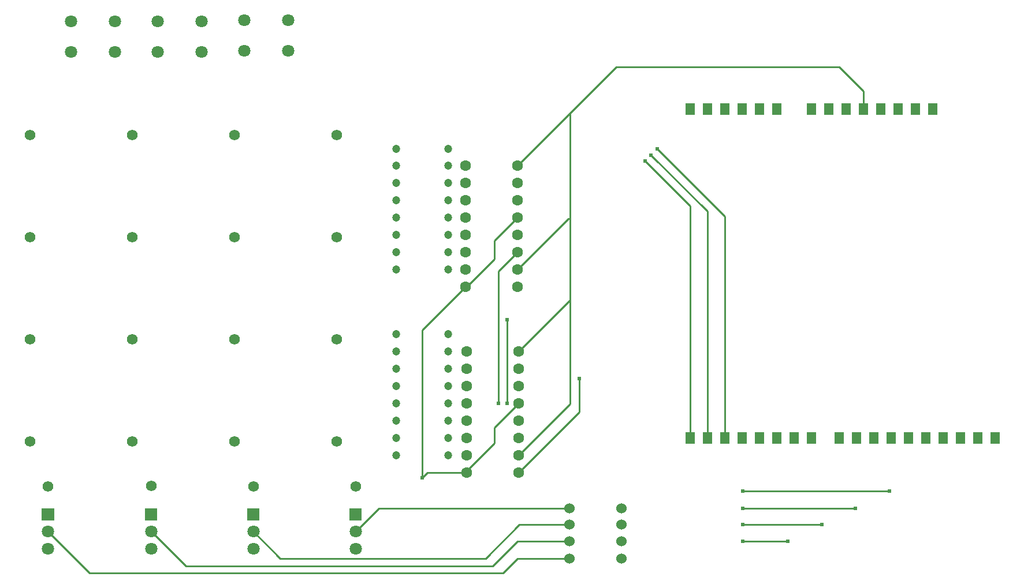
<source format=gbl>
G04 Layer: BottomLayer*
G04 EasyEDA v6.4.7, 2021-02-04T23:20:08+01:00*
G04 79144050c9e943b49f0c46fcba6317a4,10*
G04 Gerber Generator version 0.2*
G04 Scale: 100 percent, Rotated: No, Reflected: No *
G04 Dimensions in millimeters *
G04 leading zeros omitted , absolute positions ,3 integer and 3 decimal *
%FSLAX33Y33*%
%MOMM*%
G90*
D02*

%ADD10C,0.254000*%
%ADD11C,0.609600*%
%ADD12R,1.422400X1.706880*%
%ADD13C,1.799996*%
%ADD14C,1.574800*%
%ADD15C,1.599997*%
%ADD17C,1.524000*%
%ADD18C,1.199998*%

%LPD*%
G54D10*
G01X22479Y10878D02*
G01X27559Y5798D01*
G01X72517Y5798D01*
G01X76200Y9481D01*
G01X83820Y9481D01*
G01X7366Y10878D02*
G01X13462Y4782D01*
G01X74041Y4782D01*
G01X76200Y6941D01*
G01X83820Y6941D01*
G01X37465Y10878D02*
G01X41402Y6941D01*
G01X71501Y6941D01*
G01X76454Y11894D01*
G01X83820Y11894D01*
G01X52451Y10878D02*
G01X55880Y14307D01*
G01X83820Y14307D01*
G01X95758Y66123D02*
G01X104013Y57868D01*
G01X104013Y24594D01*
G01X96647Y67012D02*
G01X106553Y57106D01*
G01X106553Y24594D01*
G01X109220Y9481D02*
G01X115824Y9481D01*
G01X109220Y11894D02*
G01X120777Y11894D01*
G01X109220Y14307D02*
G01X125730Y14307D01*
G01X76200Y64599D02*
G01X90678Y79077D01*
G01X123317Y79077D01*
G01X126873Y75521D01*
G01X126873Y72854D01*
G01X76327Y37294D02*
G01X83873Y44841D01*
G01X83873Y72273D01*
G01X76200Y49359D02*
G01X83657Y56817D01*
G01X83873Y56817D01*
G01X76327Y22054D02*
G01X83873Y29601D01*
G01X83873Y44841D01*
G01X62230Y18752D02*
G01X62230Y18752D01*
G01X62992Y19514D01*
G01X68707Y19514D01*
G01X68580Y46819D02*
G01X62230Y40469D01*
G01X62230Y18752D01*
G01X76327Y29674D02*
G01X72771Y26118D01*
G01X72771Y23832D01*
G01X68707Y19768D01*
G01X68707Y19514D01*
G01X76200Y56979D02*
G01X72771Y53550D01*
G01X72771Y50883D01*
G01X68707Y46819D01*
G01X68580Y46819D01*
G01X109220Y16847D02*
G01X130683Y16847D01*
G01X85217Y33357D02*
G01X85217Y28404D01*
G01X76327Y19514D01*
G01X76200Y51899D02*
G01X73406Y49105D01*
G01X73406Y29674D01*
G01X74676Y41866D02*
G01X74676Y29674D01*
G01X94869Y65234D02*
G01X101473Y58630D01*
G01X101473Y24594D01*
G54D12*
G01X123317Y24594D03*
G01X125857Y24594D03*
G01X128397Y24594D03*
G01X130937Y24594D03*
G01X133477Y24594D03*
G01X136017Y24594D03*
G01X138557Y24594D03*
G01X141097Y24594D03*
G01X143637Y24594D03*
G01X146177Y24594D03*
G01X101473Y24594D03*
G01X104013Y24594D03*
G01X106553Y24594D03*
G01X109093Y24594D03*
G01X111633Y24594D03*
G01X114173Y24594D03*
G01X116713Y24594D03*
G01X119253Y24594D03*
G01X114173Y72854D03*
G01X111633Y72854D03*
G01X109093Y72854D03*
G01X106553Y72854D03*
G01X104013Y72854D03*
G01X101473Y72854D03*
G01X137033Y72854D03*
G01X134493Y72854D03*
G01X131953Y72854D03*
G01X129413Y72854D03*
G01X126873Y72854D03*
G01X124333Y72854D03*
G01X121793Y72854D03*
G01X119253Y72854D03*
G54D13*
G01X36118Y85900D03*
G01X36118Y81399D03*
G01X42621Y85900D03*
G01X42621Y81399D03*
G01X23418Y85773D03*
G01X23418Y81272D03*
G01X29921Y85773D03*
G01X29921Y81272D03*
G01X10718Y85773D03*
G01X10718Y81272D03*
G01X17221Y85773D03*
G01X17221Y81272D03*
G54D14*
G01X4699Y39072D03*
G01X19685Y39072D03*
G01X34671Y39072D03*
G01X49657Y39072D03*
G01X4699Y24086D03*
G01X19685Y24086D03*
G01X34671Y24086D03*
G01X49657Y24086D03*
G01X4699Y69044D03*
G01X19685Y69044D03*
G01X34671Y69044D03*
G01X49657Y69044D03*
G01X4699Y54058D03*
G01X19685Y54058D03*
G01X34671Y54058D03*
G01X49657Y54058D03*
G54D15*
G01X68707Y37294D03*
G01X68707Y34754D03*
G01X68707Y32214D03*
G01X68707Y29674D03*
G01X68707Y27134D03*
G01X68707Y24594D03*
G01X68707Y22054D03*
G01X68707Y19514D03*
G01X76327Y19514D03*
G01X76327Y22054D03*
G01X76327Y24594D03*
G01X76327Y27134D03*
G01X76327Y29674D03*
G01X76327Y32214D03*
G01X76327Y34754D03*
G01X76327Y37294D03*
G01X68580Y64599D03*
G01X68580Y62059D03*
G01X68580Y59519D03*
G01X68580Y56979D03*
G01X68580Y54439D03*
G01X68580Y51899D03*
G01X68580Y49359D03*
G01X68580Y46819D03*
G01X76200Y46819D03*
G01X76200Y49359D03*
G01X76200Y51899D03*
G01X76200Y54439D03*
G01X76200Y56979D03*
G01X76200Y59519D03*
G01X76200Y62059D03*
G01X76200Y64599D03*
G54D14*
G01X52451Y17482D03*
G01X37465Y17482D03*
G01X22479Y17609D03*
G01X7366Y17482D03*
G36*
G01X6466Y14318D02*
G01X8265Y14318D01*
G01X8265Y12518D01*
G01X6466Y12518D01*
G01X6466Y14318D01*
G37*
G54D13*
G01X7366Y10878D03*
G01X7366Y8338D03*
G36*
G01X21579Y14318D02*
G01X23378Y14318D01*
G01X23378Y12518D01*
G01X21579Y12518D01*
G01X21579Y14318D01*
G37*
G01X22479Y10878D03*
G01X22479Y8338D03*
G36*
G01X36565Y14318D02*
G01X38364Y14318D01*
G01X38364Y12518D01*
G01X36565Y12518D01*
G01X36565Y14318D01*
G37*
G01X37465Y10878D03*
G01X37465Y8338D03*
G36*
G01X51551Y14318D02*
G01X53350Y14318D01*
G01X53350Y12518D01*
G01X51551Y12518D01*
G01X51551Y14318D01*
G37*
G01X52451Y10878D03*
G01X52451Y8338D03*
G54D17*
G01X91440Y6941D03*
G01X83820Y6941D03*
G01X91440Y9481D03*
G01X83820Y9481D03*
G01X91440Y11894D03*
G01X83820Y11894D03*
G01X91440Y14307D03*
G01X83820Y14307D03*
G54D18*
G01X58420Y39834D03*
G01X66040Y39834D03*
G01X58420Y37294D03*
G01X66040Y37294D03*
G01X58420Y34754D03*
G01X66040Y34754D03*
G01X58420Y32214D03*
G01X66040Y32214D03*
G01X58420Y29674D03*
G01X66040Y29674D03*
G01X58420Y27134D03*
G01X66040Y27134D03*
G01X58420Y24594D03*
G01X66040Y24594D03*
G01X58420Y22054D03*
G01X66040Y22054D03*
G01X58420Y67012D03*
G01X66040Y67012D03*
G01X58420Y64599D03*
G01X66040Y64599D03*
G01X58420Y62059D03*
G01X66040Y62059D03*
G01X58420Y59519D03*
G01X66040Y59519D03*
G01X58420Y56979D03*
G01X66040Y56979D03*
G01X58420Y54439D03*
G01X66040Y54439D03*
G01X58420Y51899D03*
G01X66040Y51899D03*
G01X58420Y49359D03*
G01X66040Y49359D03*
G54D11*
G01X109220Y9481D03*
G01X115824Y9481D03*
G01X109220Y14307D03*
G01X109220Y11894D03*
G01X120777Y11894D03*
G01X125730Y14307D03*
G01X62230Y18752D03*
G01X109220Y16847D03*
G01X130683Y16847D03*
G01X85217Y33357D03*
G01X74676Y41993D03*
G01X73406Y29674D03*
G01X74676Y29674D03*
G01X96647Y67012D03*
G01X95758Y66123D03*
G01X94869Y65234D03*
M00*
M02*

</source>
